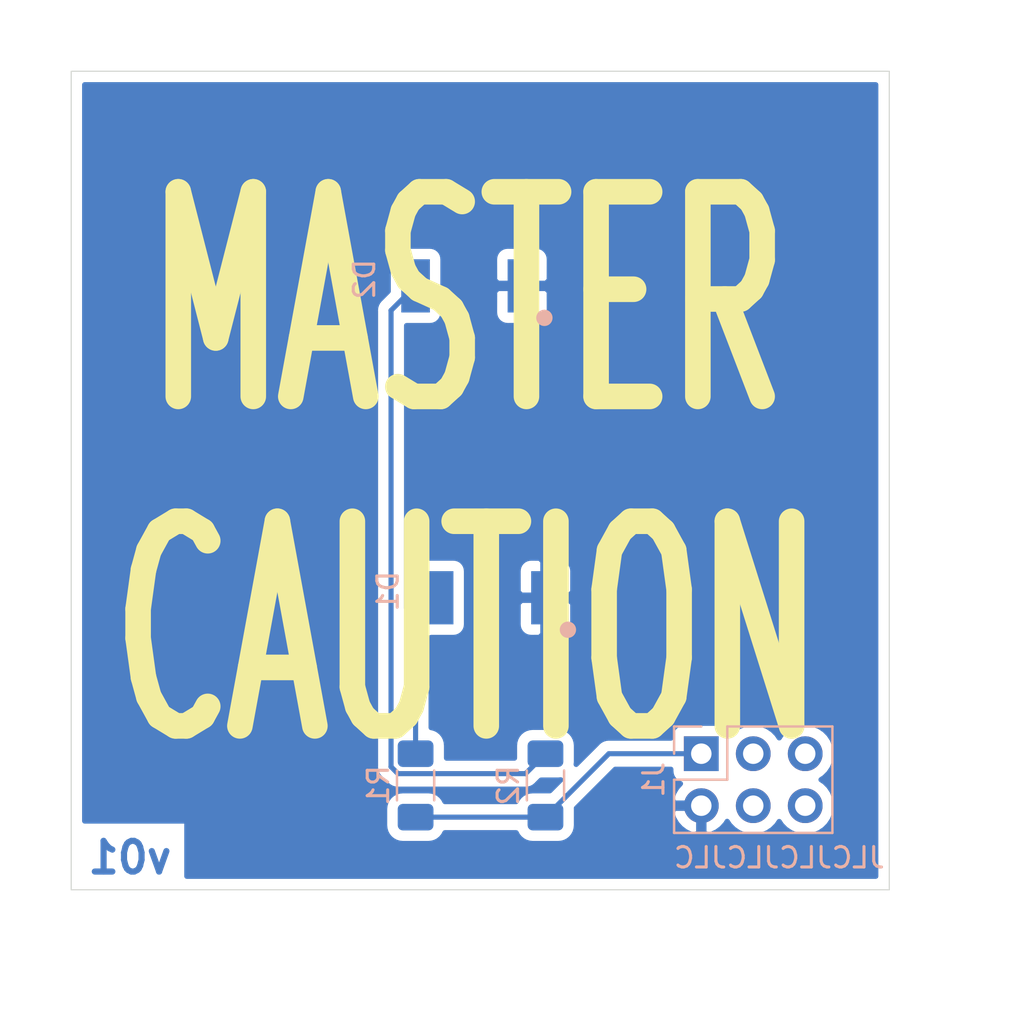
<source format=kicad_pcb>
(kicad_pcb (version 20171130) (host pcbnew "(5.1.12-1-10_14)")

  (general
    (thickness 1.6)
    (drawings 8)
    (tracks 10)
    (zones 0)
    (modules 5)
    (nets 9)
  )

  (page A4)
  (layers
    (0 F.Cu signal)
    (31 B.Cu signal)
    (32 B.Adhes user)
    (33 F.Adhes user)
    (34 B.Paste user)
    (35 F.Paste user)
    (36 B.SilkS user)
    (37 F.SilkS user)
    (38 B.Mask user)
    (39 F.Mask user hide)
    (40 Dwgs.User user)
    (41 Cmts.User user)
    (42 Eco1.User user)
    (43 Eco2.User user)
    (44 Edge.Cuts user)
    (45 Margin user)
    (46 B.CrtYd user)
    (47 F.CrtYd user)
    (48 B.Fab user)
    (49 F.Fab user)
  )

  (setup
    (last_trace_width 0.25)
    (trace_clearance 0.2)
    (zone_clearance 0.508)
    (zone_45_only no)
    (trace_min 0.2)
    (via_size 0.8)
    (via_drill 0.4)
    (via_min_size 0.4)
    (via_min_drill 0.3)
    (uvia_size 0.3)
    (uvia_drill 0.1)
    (uvias_allowed no)
    (uvia_min_size 0.2)
    (uvia_min_drill 0.1)
    (edge_width 0.05)
    (segment_width 0.2)
    (pcb_text_width 0.3)
    (pcb_text_size 1.5 1.5)
    (mod_edge_width 0.12)
    (mod_text_size 1 1)
    (mod_text_width 0.15)
    (pad_size 1.524 1.524)
    (pad_drill 0.762)
    (pad_to_mask_clearance 0)
    (aux_axis_origin 0 0)
    (visible_elements FFFFFF7F)
    (pcbplotparams
      (layerselection 0x010fc_ffffffff)
      (usegerberextensions true)
      (usegerberattributes true)
      (usegerberadvancedattributes true)
      (creategerberjobfile true)
      (excludeedgelayer true)
      (linewidth 0.100000)
      (plotframeref false)
      (viasonmask false)
      (mode 1)
      (useauxorigin false)
      (hpglpennumber 1)
      (hpglpenspeed 20)
      (hpglpendiameter 15.000000)
      (psnegative false)
      (psa4output false)
      (plotreference true)
      (plotvalue true)
      (plotinvisibletext false)
      (padsonsilk false)
      (subtractmaskfromsilk false)
      (outputformat 1)
      (mirror false)
      (drillshape 0)
      (scaleselection 1)
      (outputdirectory "gerbers"))
  )

  (net 0 "")
  (net 1 "Net-(D1-Pad2)")
  (net 2 GND)
  (net 3 "Net-(D2-Pad2)")
  (net 4 VCC)
  (net 5 "Net-(J1-Pad3)")
  (net 6 "Net-(J1-Pad4)")
  (net 7 "Net-(J1-Pad5)")
  (net 8 "Net-(J1-Pad6)")

  (net_class Default "This is the default net class."
    (clearance 0.2)
    (trace_width 0.25)
    (via_dia 0.8)
    (via_drill 0.4)
    (uvia_dia 0.3)
    (uvia_drill 0.1)
    (add_net GND)
    (add_net "Net-(D1-Pad2)")
    (add_net "Net-(D2-Pad2)")
    (add_net "Net-(J1-Pad3)")
    (add_net "Net-(J1-Pad4)")
    (add_net "Net-(J1-Pad5)")
    (add_net "Net-(J1-Pad6)")
    (add_net VCC)
  )

  (module sunled:XZMYK45WT-9 (layer B.Cu) (tedit 5EEA6E2A) (tstamp 624CF78B)
    (at 120.59 125.73 180)
    (path /624D1D93)
    (fp_text reference D1 (at 5.10286 0.32512 90) (layer B.SilkS)
      (effects (font (size 1 1) (thickness 0.15)) (justify mirror))
    )
    (fp_text value LED (at 0.66802 2.89052) (layer F.Fab) hide
      (effects (font (size 1 1) (thickness 0.15)))
    )
    (fp_circle (center -0.01524 -0.14214) (end 0.78476 -0.14214) (layer B.Mask) (width 1.6))
    (fp_circle (center -3.69824 -1.5621) (end -3.49824 -1.5621) (layer B.SilkS) (width 0.4))
    (pad 2 smd rect (at 2.6 0 180) (size 1.4 2.6) (layers B.Cu B.Paste B.Mask)
      (net 1 "Net-(D1-Pad2)"))
    (pad 1 smd rect (at -2.6 0 180) (size 1.4 2.6) (layers B.Cu B.Paste B.Mask)
      (net 2 GND))
  )

  (module sunled:XZMYK45WT-9 (layer B.Cu) (tedit 5EEA6E2A) (tstamp 624CF793)
    (at 119.44 110.49 180)
    (path /624D8522)
    (fp_text reference D2 (at 5.10286 0.32512 90) (layer B.SilkS)
      (effects (font (size 1 1) (thickness 0.15)) (justify mirror))
    )
    (fp_text value LED (at 0.66802 2.89052) (layer F.Fab) hide
      (effects (font (size 1 1) (thickness 0.15)))
    )
    (fp_circle (center -3.69824 -1.5621) (end -3.49824 -1.5621) (layer B.SilkS) (width 0.4))
    (fp_circle (center -0.01524 -0.14214) (end 0.78476 -0.14214) (layer B.Mask) (width 1.6))
    (pad 1 smd rect (at -2.6 0 180) (size 1.4 2.6) (layers B.Cu B.Paste B.Mask)
      (net 2 GND))
    (pad 2 smd rect (at 2.6 0 180) (size 1.4 2.6) (layers B.Cu B.Paste B.Mask)
      (net 3 "Net-(D2-Pad2)"))
  )

  (module Connector_PinHeader_2.54mm:PinHeader_2x03_P2.54mm_Vertical (layer B.Cu) (tedit 59FED5CC) (tstamp 624CF7AF)
    (at 130.81 133.35 270)
    (descr "Through hole straight pin header, 2x03, 2.54mm pitch, double rows")
    (tags "Through hole pin header THT 2x03 2.54mm double row")
    (path /624CFBC6)
    (fp_text reference J1 (at 1.27 2.33 270) (layer B.SilkS)
      (effects (font (size 1 1) (thickness 0.15)) (justify mirror))
    )
    (fp_text value Conn_02x03_Counter_Clockwise (at 1.27 -7.41 270) (layer B.Fab)
      (effects (font (size 1 1) (thickness 0.15)) (justify mirror))
    )
    (fp_line (start 0 1.27) (end 3.81 1.27) (layer B.Fab) (width 0.1))
    (fp_line (start 3.81 1.27) (end 3.81 -6.35) (layer B.Fab) (width 0.1))
    (fp_line (start 3.81 -6.35) (end -1.27 -6.35) (layer B.Fab) (width 0.1))
    (fp_line (start -1.27 -6.35) (end -1.27 0) (layer B.Fab) (width 0.1))
    (fp_line (start -1.27 0) (end 0 1.27) (layer B.Fab) (width 0.1))
    (fp_line (start -1.33 -6.41) (end 3.87 -6.41) (layer B.SilkS) (width 0.12))
    (fp_line (start -1.33 -1.27) (end -1.33 -6.41) (layer B.SilkS) (width 0.12))
    (fp_line (start 3.87 1.33) (end 3.87 -6.41) (layer B.SilkS) (width 0.12))
    (fp_line (start -1.33 -1.27) (end 1.27 -1.27) (layer B.SilkS) (width 0.12))
    (fp_line (start 1.27 -1.27) (end 1.27 1.33) (layer B.SilkS) (width 0.12))
    (fp_line (start 1.27 1.33) (end 3.87 1.33) (layer B.SilkS) (width 0.12))
    (fp_line (start -1.33 0) (end -1.33 1.33) (layer B.SilkS) (width 0.12))
    (fp_line (start -1.33 1.33) (end 0 1.33) (layer B.SilkS) (width 0.12))
    (fp_line (start -1.8 1.8) (end -1.8 -6.85) (layer B.CrtYd) (width 0.05))
    (fp_line (start -1.8 -6.85) (end 4.35 -6.85) (layer B.CrtYd) (width 0.05))
    (fp_line (start 4.35 -6.85) (end 4.35 1.8) (layer B.CrtYd) (width 0.05))
    (fp_line (start 4.35 1.8) (end -1.8 1.8) (layer B.CrtYd) (width 0.05))
    (fp_text user %R (at 1.27 -2.54) (layer B.Fab)
      (effects (font (size 1 1) (thickness 0.15)) (justify mirror))
    )
    (pad 1 thru_hole rect (at 0 0 270) (size 1.7 1.7) (drill 1) (layers *.Cu *.Mask)
      (net 4 VCC))
    (pad 2 thru_hole oval (at 2.54 0 270) (size 1.7 1.7) (drill 1) (layers *.Cu *.Mask)
      (net 2 GND))
    (pad 3 thru_hole oval (at 0 -2.54 270) (size 1.7 1.7) (drill 1) (layers *.Cu *.Mask)
      (net 5 "Net-(J1-Pad3)"))
    (pad 4 thru_hole oval (at 2.54 -2.54 270) (size 1.7 1.7) (drill 1) (layers *.Cu *.Mask)
      (net 6 "Net-(J1-Pad4)"))
    (pad 5 thru_hole oval (at 0 -5.08 270) (size 1.7 1.7) (drill 1) (layers *.Cu *.Mask)
      (net 7 "Net-(J1-Pad5)"))
    (pad 6 thru_hole oval (at 2.54 -5.08 270) (size 1.7 1.7) (drill 1) (layers *.Cu *.Mask)
      (net 8 "Net-(J1-Pad6)"))
    (model ${KISYS3DMOD}/Connector_PinHeader_2.54mm.3dshapes/PinHeader_2x03_P2.54mm_Vertical.wrl
      (at (xyz 0 0 0))
      (scale (xyz 1 1 1))
      (rotate (xyz 0 0 0))
    )
  )

  (module Resistor_SMD:R_1206_3216Metric_Pad1.30x1.75mm_HandSolder (layer B.Cu) (tedit 5F68FEEE) (tstamp 624CF7C0)
    (at 116.84 134.9 270)
    (descr "Resistor SMD 1206 (3216 Metric), square (rectangular) end terminal, IPC_7351 nominal with elongated pad for handsoldering. (Body size source: IPC-SM-782 page 72, https://www.pcb-3d.com/wordpress/wp-content/uploads/ipc-sm-782a_amendment_1_and_2.pdf), generated with kicad-footprint-generator")
    (tags "resistor handsolder")
    (path /624D17E5)
    (attr smd)
    (fp_text reference R1 (at 0 1.82 270) (layer B.SilkS)
      (effects (font (size 1 1) (thickness 0.15)) (justify mirror))
    )
    (fp_text value R (at 0 -1.82 270) (layer B.Fab)
      (effects (font (size 1 1) (thickness 0.15)) (justify mirror))
    )
    (fp_line (start -1.6 -0.8) (end -1.6 0.8) (layer B.Fab) (width 0.1))
    (fp_line (start -1.6 0.8) (end 1.6 0.8) (layer B.Fab) (width 0.1))
    (fp_line (start 1.6 0.8) (end 1.6 -0.8) (layer B.Fab) (width 0.1))
    (fp_line (start 1.6 -0.8) (end -1.6 -0.8) (layer B.Fab) (width 0.1))
    (fp_line (start -0.727064 0.91) (end 0.727064 0.91) (layer B.SilkS) (width 0.12))
    (fp_line (start -0.727064 -0.91) (end 0.727064 -0.91) (layer B.SilkS) (width 0.12))
    (fp_line (start -2.45 -1.12) (end -2.45 1.12) (layer B.CrtYd) (width 0.05))
    (fp_line (start -2.45 1.12) (end 2.45 1.12) (layer B.CrtYd) (width 0.05))
    (fp_line (start 2.45 1.12) (end 2.45 -1.12) (layer B.CrtYd) (width 0.05))
    (fp_line (start 2.45 -1.12) (end -2.45 -1.12) (layer B.CrtYd) (width 0.05))
    (fp_text user %R (at 0 0 270) (layer B.Fab)
      (effects (font (size 0.8 0.8) (thickness 0.12)) (justify mirror))
    )
    (pad 1 smd roundrect (at -1.55 0 270) (size 1.3 1.75) (layers B.Cu B.Paste B.Mask) (roundrect_rratio 0.1923076923076923)
      (net 1 "Net-(D1-Pad2)"))
    (pad 2 smd roundrect (at 1.55 0 270) (size 1.3 1.75) (layers B.Cu B.Paste B.Mask) (roundrect_rratio 0.1923076923076923)
      (net 4 VCC))
    (model ${KISYS3DMOD}/Resistor_SMD.3dshapes/R_1206_3216Metric.wrl
      (at (xyz 0 0 0))
      (scale (xyz 1 1 1))
      (rotate (xyz 0 0 0))
    )
  )

  (module Resistor_SMD:R_1206_3216Metric_Pad1.30x1.75mm_HandSolder (layer B.Cu) (tedit 5F68FEEE) (tstamp 624CF7D1)
    (at 123.19 134.9 270)
    (descr "Resistor SMD 1206 (3216 Metric), square (rectangular) end terminal, IPC_7351 nominal with elongated pad for handsoldering. (Body size source: IPC-SM-782 page 72, https://www.pcb-3d.com/wordpress/wp-content/uploads/ipc-sm-782a_amendment_1_and_2.pdf), generated with kicad-footprint-generator")
    (tags "resistor handsolder")
    (path /624D851C)
    (attr smd)
    (fp_text reference R2 (at 0 1.82 270) (layer B.SilkS)
      (effects (font (size 1 1) (thickness 0.15)) (justify mirror))
    )
    (fp_text value R (at 0 -1.82 270) (layer B.Fab)
      (effects (font (size 1 1) (thickness 0.15)) (justify mirror))
    )
    (fp_line (start 2.45 -1.12) (end -2.45 -1.12) (layer B.CrtYd) (width 0.05))
    (fp_line (start 2.45 1.12) (end 2.45 -1.12) (layer B.CrtYd) (width 0.05))
    (fp_line (start -2.45 1.12) (end 2.45 1.12) (layer B.CrtYd) (width 0.05))
    (fp_line (start -2.45 -1.12) (end -2.45 1.12) (layer B.CrtYd) (width 0.05))
    (fp_line (start -0.727064 -0.91) (end 0.727064 -0.91) (layer B.SilkS) (width 0.12))
    (fp_line (start -0.727064 0.91) (end 0.727064 0.91) (layer B.SilkS) (width 0.12))
    (fp_line (start 1.6 -0.8) (end -1.6 -0.8) (layer B.Fab) (width 0.1))
    (fp_line (start 1.6 0.8) (end 1.6 -0.8) (layer B.Fab) (width 0.1))
    (fp_line (start -1.6 0.8) (end 1.6 0.8) (layer B.Fab) (width 0.1))
    (fp_line (start -1.6 -0.8) (end -1.6 0.8) (layer B.Fab) (width 0.1))
    (fp_text user %R (at 0 0 270) (layer B.Fab)
      (effects (font (size 0.8 0.8) (thickness 0.12)) (justify mirror))
    )
    (pad 2 smd roundrect (at 1.55 0 270) (size 1.3 1.75) (layers B.Cu B.Paste B.Mask) (roundrect_rratio 0.1923076923076923)
      (net 4 VCC))
    (pad 1 smd roundrect (at -1.55 0 270) (size 1.3 1.75) (layers B.Cu B.Paste B.Mask) (roundrect_rratio 0.1923076923076923)
      (net 3 "Net-(D2-Pad2)"))
    (model ${KISYS3DMOD}/Resistor_SMD.3dshapes/R_1206_3216Metric.wrl
      (at (xyz 0 0 0))
      (scale (xyz 1 1 1))
      (rotate (xyz 0 0 0))
    )
  )

  (gr_text v01 (at 102.87 138.43) (layer B.Cu)
    (effects (font (size 1.5 1.5) (thickness 0.3)) (justify mirror))
  )
  (gr_text JLCJLCJLCJLC (at 134.62 138.43) (layer B.SilkS)
    (effects (font (size 1 1) (thickness 0.15)) (justify mirror))
  )
  (gr_text "MASTER\nCAUTION" (at 119.38 119.38) (layer F.SilkS)
    (effects (font (size 10 5.5) (thickness 1.25)))
  )
  (gr_poly (pts (xy 138.43 138.43) (xy 101.6 138.43) (xy 101.6 101.6) (xy 138.43 101.6)) (layer F.Mask) (width 0.1))
  (gr_line (start 100 100) (end 140 100) (layer Edge.Cuts) (width 0.05) (tstamp 624CF973))
  (gr_line (start 140 100) (end 140 140) (layer Edge.Cuts) (width 0.05))
  (gr_line (start 100 140) (end 140 140) (layer Edge.Cuts) (width 0.05))
  (gr_line (start 100 100) (end 100 140) (layer Edge.Cuts) (width 0.05))

  (segment (start 116.84 126.88) (end 117.99 125.73) (width 0.25) (layer B.Cu) (net 1))
  (segment (start 116.84 133.35) (end 116.84 126.88) (width 0.25) (layer B.Cu) (net 1))
  (segment (start 115.63999 111.69001) (end 116.84 110.49) (width 0.25) (layer B.Cu) (net 3))
  (segment (start 115.97682 134.32501) (end 115.63999 133.98818) (width 0.25) (layer B.Cu) (net 3))
  (segment (start 115.63999 133.98818) (end 115.63999 111.69001) (width 0.25) (layer B.Cu) (net 3))
  (segment (start 122.21499 134.32501) (end 115.97682 134.32501) (width 0.25) (layer B.Cu) (net 3))
  (segment (start 123.19 133.35) (end 122.21499 134.32501) (width 0.25) (layer B.Cu) (net 3))
  (segment (start 126.29 133.35) (end 123.19 136.45) (width 0.25) (layer B.Cu) (net 4))
  (segment (start 130.81 133.35) (end 126.29 133.35) (width 0.25) (layer B.Cu) (net 4))
  (segment (start 123.19 136.45) (end 116.84 136.45) (width 0.25) (layer B.Cu) (net 4))

  (zone (net 2) (net_name GND) (layer B.Cu) (tstamp 0) (hatch edge 0.508)
    (connect_pads (clearance 0.508))
    (min_thickness 0.254)
    (fill yes (arc_segments 32) (thermal_gap 0.508) (thermal_bridge_width 0.508))
    (polygon
      (pts
        (xy 146.05 144.78) (xy 96.52 143.51) (xy 96.52 96.52) (xy 144.78 96.52)
      )
    )
    (filled_polygon
      (pts
        (xy 139.340001 139.34) (xy 105.655 139.34) (xy 105.655 136.64) (xy 100.66 136.64) (xy 100.66 111.69001)
        (xy 114.876314 111.69001) (xy 114.879991 111.727343) (xy 114.87999 133.950858) (xy 114.876314 133.98818) (xy 114.87999 134.025502)
        (xy 114.87999 134.025512) (xy 114.890987 134.137165) (xy 114.923208 134.243386) (xy 114.934444 134.280426) (xy 115.005016 134.412456)
        (xy 115.031052 134.44418) (xy 115.099989 134.528181) (xy 115.128993 134.551984) (xy 115.413016 134.836007) (xy 115.436819 134.865011)
        (xy 115.552544 134.959984) (xy 115.643581 135.008645) (xy 115.684573 135.030556) (xy 115.827834 135.074013) (xy 115.97682 135.088687)
        (xy 116.014153 135.08501) (xy 122.177668 135.08501) (xy 122.21499 135.088686) (xy 122.252312 135.08501) (xy 122.252323 135.08501)
        (xy 122.363976 135.074013) (xy 122.507237 135.030556) (xy 122.639266 134.959984) (xy 122.754991 134.865011) (xy 122.778794 134.836008)
        (xy 122.976729 134.638072) (xy 123.815 134.638072) (xy 123.939377 134.625822) (xy 123.403271 135.161928) (xy 122.565 135.161928)
        (xy 122.391746 135.178992) (xy 122.22515 135.229528) (xy 122.071614 135.311595) (xy 121.937038 135.422038) (xy 121.826595 135.556614)
        (xy 121.755298 135.69) (xy 118.274702 135.69) (xy 118.203405 135.556614) (xy 118.092962 135.422038) (xy 117.958386 135.311595)
        (xy 117.80485 135.229528) (xy 117.638254 135.178992) (xy 117.465 135.161928) (xy 116.215 135.161928) (xy 116.041746 135.178992)
        (xy 115.87515 135.229528) (xy 115.721614 135.311595) (xy 115.587038 135.422038) (xy 115.476595 135.556614) (xy 115.394528 135.71015)
        (xy 115.343992 135.876746) (xy 115.326928 136.05) (xy 115.326928 136.85) (xy 115.343992 137.023254) (xy 115.394528 137.18985)
        (xy 115.476595 137.343386) (xy 115.587038 137.477962) (xy 115.721614 137.588405) (xy 115.87515 137.670472) (xy 116.041746 137.721008)
        (xy 116.215 137.738072) (xy 117.465 137.738072) (xy 117.638254 137.721008) (xy 117.80485 137.670472) (xy 117.958386 137.588405)
        (xy 118.092962 137.477962) (xy 118.203405 137.343386) (xy 118.274702 137.21) (xy 121.755298 137.21) (xy 121.826595 137.343386)
        (xy 121.937038 137.477962) (xy 122.071614 137.588405) (xy 122.22515 137.670472) (xy 122.391746 137.721008) (xy 122.565 137.738072)
        (xy 123.815 137.738072) (xy 123.988254 137.721008) (xy 124.15485 137.670472) (xy 124.308386 137.588405) (xy 124.442962 137.477962)
        (xy 124.553405 137.343386) (xy 124.635472 137.18985) (xy 124.686008 137.023254) (xy 124.703072 136.85) (xy 124.703072 136.246891)
        (xy 129.368519 136.246891) (xy 129.465843 136.521252) (xy 129.614822 136.771355) (xy 129.809731 136.987588) (xy 130.04308 137.161641)
        (xy 130.305901 137.286825) (xy 130.45311 137.331476) (xy 130.683 137.210155) (xy 130.683 136.017) (xy 129.489186 136.017)
        (xy 129.368519 136.246891) (xy 124.703072 136.246891) (xy 124.703072 136.05) (xy 124.699641 136.015161) (xy 126.604802 134.11)
        (xy 129.321928 134.11) (xy 129.321928 134.2) (xy 129.334188 134.324482) (xy 129.370498 134.44418) (xy 129.429463 134.554494)
        (xy 129.508815 134.651185) (xy 129.605506 134.730537) (xy 129.71582 134.789502) (xy 129.791626 134.812498) (xy 129.614822 135.008645)
        (xy 129.465843 135.258748) (xy 129.368519 135.533109) (xy 129.489186 135.763) (xy 130.683 135.763) (xy 130.683 135.743)
        (xy 130.937 135.743) (xy 130.937 135.763) (xy 130.957 135.763) (xy 130.957 136.017) (xy 130.937 136.017)
        (xy 130.937 137.210155) (xy 131.16689 137.331476) (xy 131.314099 137.286825) (xy 131.57692 137.161641) (xy 131.810269 136.987588)
        (xy 132.005178 136.771355) (xy 132.074805 136.654466) (xy 132.196525 136.836632) (xy 132.403368 137.043475) (xy 132.646589 137.20599)
        (xy 132.916842 137.317932) (xy 133.20374 137.375) (xy 133.49626 137.375) (xy 133.783158 137.317932) (xy 134.053411 137.20599)
        (xy 134.296632 137.043475) (xy 134.503475 136.836632) (xy 134.62 136.66224) (xy 134.736525 136.836632) (xy 134.943368 137.043475)
        (xy 135.186589 137.20599) (xy 135.456842 137.317932) (xy 135.74374 137.375) (xy 136.03626 137.375) (xy 136.323158 137.317932)
        (xy 136.593411 137.20599) (xy 136.836632 137.043475) (xy 137.043475 136.836632) (xy 137.20599 136.593411) (xy 137.317932 136.323158)
        (xy 137.375 136.03626) (xy 137.375 135.74374) (xy 137.317932 135.456842) (xy 137.20599 135.186589) (xy 137.043475 134.943368)
        (xy 136.836632 134.736525) (xy 136.66224 134.62) (xy 136.836632 134.503475) (xy 137.043475 134.296632) (xy 137.20599 134.053411)
        (xy 137.317932 133.783158) (xy 137.375 133.49626) (xy 137.375 133.20374) (xy 137.317932 132.916842) (xy 137.20599 132.646589)
        (xy 137.043475 132.403368) (xy 136.836632 132.196525) (xy 136.593411 132.03401) (xy 136.323158 131.922068) (xy 136.03626 131.865)
        (xy 135.74374 131.865) (xy 135.456842 131.922068) (xy 135.186589 132.03401) (xy 134.943368 132.196525) (xy 134.736525 132.403368)
        (xy 134.62 132.57776) (xy 134.503475 132.403368) (xy 134.296632 132.196525) (xy 134.053411 132.03401) (xy 133.783158 131.922068)
        (xy 133.49626 131.865) (xy 133.20374 131.865) (xy 132.916842 131.922068) (xy 132.646589 132.03401) (xy 132.403368 132.196525)
        (xy 132.271513 132.32838) (xy 132.249502 132.25582) (xy 132.190537 132.145506) (xy 132.111185 132.048815) (xy 132.014494 131.969463)
        (xy 131.90418 131.910498) (xy 131.784482 131.874188) (xy 131.66 131.861928) (xy 129.96 131.861928) (xy 129.835518 131.874188)
        (xy 129.71582 131.910498) (xy 129.605506 131.969463) (xy 129.508815 132.048815) (xy 129.429463 132.145506) (xy 129.370498 132.25582)
        (xy 129.334188 132.375518) (xy 129.321928 132.5) (xy 129.321928 132.59) (xy 126.327322 132.59) (xy 126.289999 132.586324)
        (xy 126.252676 132.59) (xy 126.252667 132.59) (xy 126.141014 132.600997) (xy 125.997753 132.644454) (xy 125.865723 132.715026)
        (xy 125.790518 132.776746) (xy 125.749999 132.809999) (xy 125.726201 132.838997) (xy 124.690822 133.874376) (xy 124.703072 133.75)
        (xy 124.703072 132.95) (xy 124.686008 132.776746) (xy 124.635472 132.61015) (xy 124.553405 132.456614) (xy 124.442962 132.322038)
        (xy 124.308386 132.211595) (xy 124.15485 132.129528) (xy 123.988254 132.078992) (xy 123.815 132.061928) (xy 122.565 132.061928)
        (xy 122.391746 132.078992) (xy 122.22515 132.129528) (xy 122.071614 132.211595) (xy 121.937038 132.322038) (xy 121.826595 132.456614)
        (xy 121.744528 132.61015) (xy 121.693992 132.776746) (xy 121.676928 132.95) (xy 121.676928 133.56501) (xy 118.353072 133.56501)
        (xy 118.353072 132.95) (xy 118.336008 132.776746) (xy 118.285472 132.61015) (xy 118.203405 132.456614) (xy 118.092962 132.322038)
        (xy 117.958386 132.211595) (xy 117.80485 132.129528) (xy 117.638254 132.078992) (xy 117.6 132.075224) (xy 117.6 127.668072)
        (xy 118.69 127.668072) (xy 118.814482 127.655812) (xy 118.93418 127.619502) (xy 119.044494 127.560537) (xy 119.141185 127.481185)
        (xy 119.220537 127.384494) (xy 119.279502 127.27418) (xy 119.315812 127.154482) (xy 119.328072 127.03) (xy 121.851928 127.03)
        (xy 121.864188 127.154482) (xy 121.900498 127.27418) (xy 121.959463 127.384494) (xy 122.038815 127.481185) (xy 122.135506 127.560537)
        (xy 122.24582 127.619502) (xy 122.365518 127.655812) (xy 122.49 127.668072) (xy 122.90425 127.665) (xy 123.063 127.50625)
        (xy 123.063 125.857) (xy 123.317 125.857) (xy 123.317 127.50625) (xy 123.47575 127.665) (xy 123.89 127.668072)
        (xy 124.014482 127.655812) (xy 124.13418 127.619502) (xy 124.244494 127.560537) (xy 124.341185 127.481185) (xy 124.420537 127.384494)
        (xy 124.479502 127.27418) (xy 124.515812 127.154482) (xy 124.528072 127.03) (xy 124.525 126.01575) (xy 124.36625 125.857)
        (xy 123.317 125.857) (xy 123.063 125.857) (xy 122.01375 125.857) (xy 121.855 126.01575) (xy 121.851928 127.03)
        (xy 119.328072 127.03) (xy 119.328072 124.43) (xy 121.851928 124.43) (xy 121.855 125.44425) (xy 122.01375 125.603)
        (xy 123.063 125.603) (xy 123.063 123.95375) (xy 123.317 123.95375) (xy 123.317 125.603) (xy 124.36625 125.603)
        (xy 124.525 125.44425) (xy 124.528072 124.43) (xy 124.515812 124.305518) (xy 124.479502 124.18582) (xy 124.420537 124.075506)
        (xy 124.341185 123.978815) (xy 124.244494 123.899463) (xy 124.13418 123.840498) (xy 124.014482 123.804188) (xy 123.89 123.791928)
        (xy 123.47575 123.795) (xy 123.317 123.95375) (xy 123.063 123.95375) (xy 122.90425 123.795) (xy 122.49 123.791928)
        (xy 122.365518 123.804188) (xy 122.24582 123.840498) (xy 122.135506 123.899463) (xy 122.038815 123.978815) (xy 121.959463 124.075506)
        (xy 121.900498 124.18582) (xy 121.864188 124.305518) (xy 121.851928 124.43) (xy 119.328072 124.43) (xy 119.315812 124.305518)
        (xy 119.279502 124.18582) (xy 119.220537 124.075506) (xy 119.141185 123.978815) (xy 119.044494 123.899463) (xy 118.93418 123.840498)
        (xy 118.814482 123.804188) (xy 118.69 123.791928) (xy 117.29 123.791928) (xy 117.165518 123.804188) (xy 117.04582 123.840498)
        (xy 116.935506 123.899463) (xy 116.838815 123.978815) (xy 116.759463 124.075506) (xy 116.700498 124.18582) (xy 116.664188 124.305518)
        (xy 116.651928 124.43) (xy 116.651928 125.993271) (xy 116.39999 126.245209) (xy 116.39999 112.428072) (xy 117.54 112.428072)
        (xy 117.664482 112.415812) (xy 117.78418 112.379502) (xy 117.894494 112.320537) (xy 117.991185 112.241185) (xy 118.070537 112.144494)
        (xy 118.129502 112.03418) (xy 118.165812 111.914482) (xy 118.178072 111.79) (xy 120.701928 111.79) (xy 120.714188 111.914482)
        (xy 120.750498 112.03418) (xy 120.809463 112.144494) (xy 120.888815 112.241185) (xy 120.985506 112.320537) (xy 121.09582 112.379502)
        (xy 121.215518 112.415812) (xy 121.34 112.428072) (xy 121.75425 112.425) (xy 121.913 112.26625) (xy 121.913 110.617)
        (xy 122.167 110.617) (xy 122.167 112.26625) (xy 122.32575 112.425) (xy 122.74 112.428072) (xy 122.864482 112.415812)
        (xy 122.98418 112.379502) (xy 123.094494 112.320537) (xy 123.191185 112.241185) (xy 123.270537 112.144494) (xy 123.329502 112.03418)
        (xy 123.365812 111.914482) (xy 123.378072 111.79) (xy 123.375 110.77575) (xy 123.21625 110.617) (xy 122.167 110.617)
        (xy 121.913 110.617) (xy 120.86375 110.617) (xy 120.705 110.77575) (xy 120.701928 111.79) (xy 118.178072 111.79)
        (xy 118.178072 109.19) (xy 120.701928 109.19) (xy 120.705 110.20425) (xy 120.86375 110.363) (xy 121.913 110.363)
        (xy 121.913 108.71375) (xy 122.167 108.71375) (xy 122.167 110.363) (xy 123.21625 110.363) (xy 123.375 110.20425)
        (xy 123.378072 109.19) (xy 123.365812 109.065518) (xy 123.329502 108.94582) (xy 123.270537 108.835506) (xy 123.191185 108.738815)
        (xy 123.094494 108.659463) (xy 122.98418 108.600498) (xy 122.864482 108.564188) (xy 122.74 108.551928) (xy 122.32575 108.555)
        (xy 122.167 108.71375) (xy 121.913 108.71375) (xy 121.75425 108.555) (xy 121.34 108.551928) (xy 121.215518 108.564188)
        (xy 121.09582 108.600498) (xy 120.985506 108.659463) (xy 120.888815 108.738815) (xy 120.809463 108.835506) (xy 120.750498 108.94582)
        (xy 120.714188 109.065518) (xy 120.701928 109.19) (xy 118.178072 109.19) (xy 118.165812 109.065518) (xy 118.129502 108.94582)
        (xy 118.070537 108.835506) (xy 117.991185 108.738815) (xy 117.894494 108.659463) (xy 117.78418 108.600498) (xy 117.664482 108.564188)
        (xy 117.54 108.551928) (xy 116.14 108.551928) (xy 116.015518 108.564188) (xy 115.89582 108.600498) (xy 115.785506 108.659463)
        (xy 115.688815 108.738815) (xy 115.609463 108.835506) (xy 115.550498 108.94582) (xy 115.514188 109.065518) (xy 115.501928 109.19)
        (xy 115.501928 110.75327) (xy 115.128988 111.126211) (xy 115.09999 111.150009) (xy 115.076192 111.179007) (xy 115.076191 111.179008)
        (xy 115.005016 111.265734) (xy 114.934444 111.397764) (xy 114.890988 111.541025) (xy 114.876314 111.69001) (xy 100.66 111.69001)
        (xy 100.66 100.66) (xy 139.34 100.66)
      )
    )
  )
)

</source>
